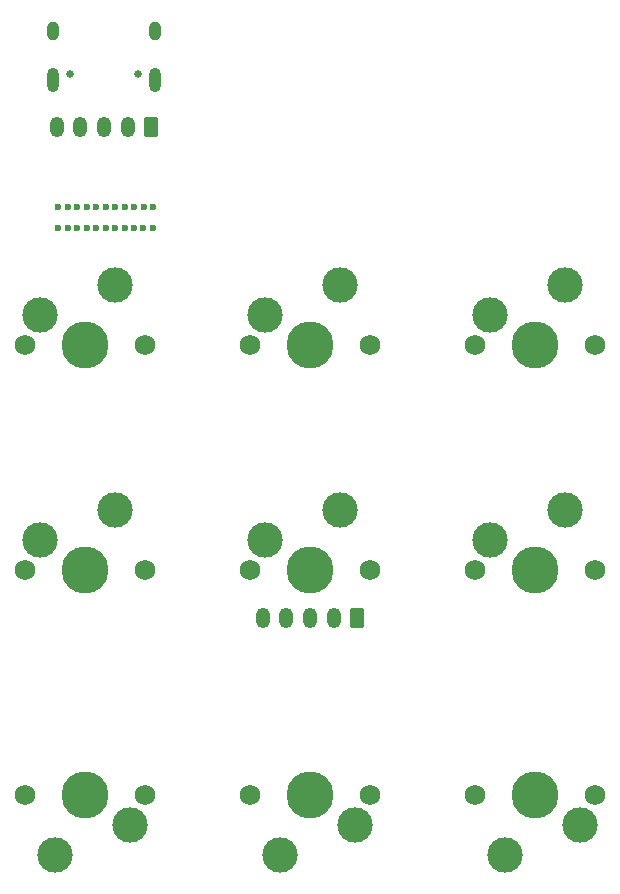
<source format=gbr>
%TF.GenerationSoftware,KiCad,Pcbnew,8.0.2*%
%TF.CreationDate,2024-10-13T22:55:22+09:00*%
%TF.ProjectId,typing-check-board,74797069-6e67-42d6-9368-65636b2d626f,rev?*%
%TF.SameCoordinates,Original*%
%TF.FileFunction,Soldermask,Top*%
%TF.FilePolarity,Negative*%
%FSLAX46Y46*%
G04 Gerber Fmt 4.6, Leading zero omitted, Abs format (unit mm)*
G04 Created by KiCad (PCBNEW 8.0.2) date 2024-10-13 22:55:22*
%MOMM*%
%LPD*%
G01*
G04 APERTURE LIST*
G04 Aperture macros list*
%AMRoundRect*
0 Rectangle with rounded corners*
0 $1 Rounding radius*
0 $2 $3 $4 $5 $6 $7 $8 $9 X,Y pos of 4 corners*
0 Add a 4 corners polygon primitive as box body*
4,1,4,$2,$3,$4,$5,$6,$7,$8,$9,$2,$3,0*
0 Add four circle primitives for the rounded corners*
1,1,$1+$1,$2,$3*
1,1,$1+$1,$4,$5*
1,1,$1+$1,$6,$7*
1,1,$1+$1,$8,$9*
0 Add four rect primitives between the rounded corners*
20,1,$1+$1,$2,$3,$4,$5,0*
20,1,$1+$1,$4,$5,$6,$7,0*
20,1,$1+$1,$6,$7,$8,$9,0*
20,1,$1+$1,$8,$9,$2,$3,0*%
G04 Aperture macros list end*
%ADD10C,0.600000*%
%ADD11RoundRect,0.250000X0.350000X0.625000X-0.350000X0.625000X-0.350000X-0.625000X0.350000X-0.625000X0*%
%ADD12O,1.200000X1.750000*%
%ADD13O,1.000000X1.600000*%
%ADD14O,1.000000X2.100000*%
%ADD15C,0.650000*%
%ADD16C,1.750000*%
%ADD17C,3.000000*%
%ADD18C,3.987800*%
G04 APERTURE END LIST*
D10*
%TO.C,bite02*%
X126240000Y-71830000D03*
X125440000Y-71830000D03*
X124640000Y-71830000D03*
X123840000Y-71830000D03*
X123040000Y-71830000D03*
X122240000Y-71830000D03*
X121440000Y-71830000D03*
X120640000Y-71830000D03*
X119840000Y-71830000D03*
X119040000Y-71830000D03*
X118240000Y-71830000D03*
%TD*%
%TO.C,bite01*%
X118230000Y-73560000D03*
X119030000Y-73560000D03*
X119830000Y-73560000D03*
X120630000Y-73560000D03*
X121430000Y-73560000D03*
X122230000Y-73560000D03*
X123030000Y-73560000D03*
X123830000Y-73560000D03*
X124630000Y-73560000D03*
X125430000Y-73560000D03*
X126230000Y-73560000D03*
%TD*%
D11*
%TO.C,JD2*%
X126095000Y-65065000D03*
D12*
X124095000Y-65065000D03*
X122095000Y-65065000D03*
X120095000Y-65065000D03*
X118095000Y-65065000D03*
%TD*%
D13*
%TO.C,JD1*%
X126435000Y-56895000D03*
D14*
X126435000Y-61075000D03*
D13*
X117795000Y-56895000D03*
D14*
X117795000Y-61075000D03*
D15*
X125005000Y-60545000D03*
X119225000Y-60545000D03*
%TD*%
D16*
%TO.C,SW02_2*%
X144635000Y-121595200D03*
D17*
X143365000Y-124135200D03*
D18*
X139555000Y-121595200D03*
D17*
X137015000Y-126675200D03*
D16*
X134475000Y-121595200D03*
%TD*%
%TO.C,SW01_3*%
X153510000Y-102540000D03*
D17*
X154780000Y-100000000D03*
D18*
X158590000Y-102540000D03*
D17*
X161130000Y-97460000D03*
D16*
X163670000Y-102540000D03*
%TD*%
%TO.C,SW00_3*%
X153520000Y-83500000D03*
D17*
X154790000Y-80960000D03*
D18*
X158600000Y-83500000D03*
D17*
X161140000Y-78420000D03*
D16*
X163680000Y-83500000D03*
%TD*%
%TO.C,SW02_3*%
X163675000Y-121605200D03*
D17*
X162405000Y-124145200D03*
D18*
X158595000Y-121605200D03*
D17*
X156055000Y-126685200D03*
D16*
X153515000Y-121605200D03*
%TD*%
%TO.C,SW01_1*%
X115420000Y-102550000D03*
D17*
X116690000Y-100010000D03*
D18*
X120500000Y-102550000D03*
D17*
X123040000Y-97470000D03*
D16*
X125580000Y-102550000D03*
%TD*%
%TO.C,SW01_2*%
X134470000Y-102540000D03*
D17*
X135740000Y-100000000D03*
D18*
X139550000Y-102540000D03*
D17*
X142090000Y-97460000D03*
D16*
X144630000Y-102540000D03*
%TD*%
%TO.C,SW00_1*%
X115420000Y-83490000D03*
D17*
X116690000Y-80950000D03*
D18*
X120500000Y-83490000D03*
D17*
X123040000Y-78410000D03*
D16*
X125580000Y-83490000D03*
%TD*%
%TO.C,SW00_2*%
X134470000Y-83490000D03*
D17*
X135740000Y-80950000D03*
D18*
X139550000Y-83490000D03*
D17*
X142090000Y-78410000D03*
D16*
X144630000Y-83490000D03*
%TD*%
%TO.C,SW02_1*%
X125575000Y-121590000D03*
D17*
X124305000Y-124130000D03*
D18*
X120495000Y-121590000D03*
D17*
X117955000Y-126670000D03*
D16*
X115415000Y-121590000D03*
%TD*%
D11*
%TO.C,J1*%
X143540000Y-106630000D03*
D12*
X141540000Y-106630000D03*
X139540000Y-106630000D03*
X137540000Y-106630000D03*
X135540000Y-106630000D03*
%TD*%
M02*

</source>
